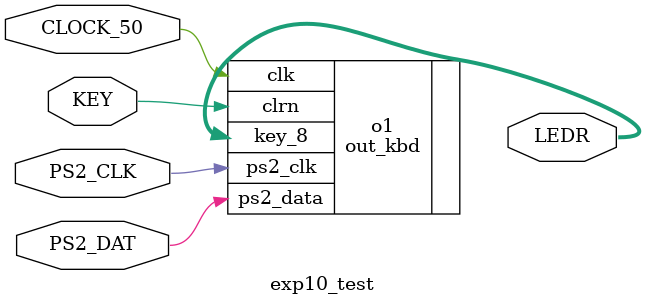
<source format=v>


module exp10_test(

	//////////// CLOCK //////////
	//input 		          		CLOCK2_50,
	//input 		          		CLOCK3_50,
	//input 		          		CLOCK4_50,
	input 		          		CLOCK_50,

	//////////// KEY //////////
	input 		     [0:0]		KEY,

	//////////// LED //////////
	output		     [7:0]		LEDR,

	//////////// Seg7 //////////
	//output		     [6:0]		HEX0,
	//output		     [6:0]		HEX1,
	//output		     [6:0]		HEX2,
	//output		     [6:0]		HEX3,
	//output		     [6:0]		HEX4,
	//output		     [6:0]		HEX5,

	//////////// PS2 //////////
	inout 		          		PS2_CLK,
	//inout 		          		PS2_CLK2,
	inout 		          		PS2_DAT
	//inout 		          		PS2_DAT2
);



//=======================================================
//  REG/WIRE declarations
//=======================================================




//=======================================================
//  Structural coding
//=======================================================

out_kbd o1(
   .clk(CLOCK_50),
   .clrn(KEY[0]),
   .ps2_clk(PS2_CLK),
   .ps2_data(PS2_DAT), 
   .key_8(LEDR[7:0])
);


endmodule

</source>
